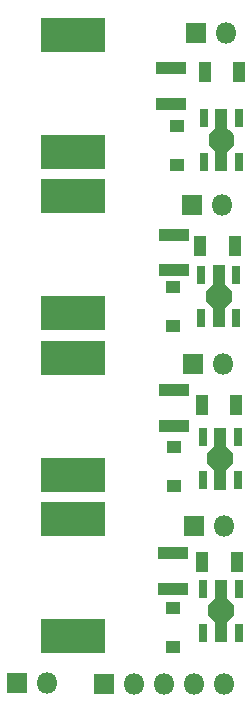
<source format=gbr>
%TF.GenerationSoftware,KiCad,Pcbnew,(5.1.6)-1*%
%TF.CreationDate,2020-08-18T19:37:20-07:00*%
%TF.ProjectId,RGBW Driver,52474257-2044-4726-9976-65722e6b6963,rev?*%
%TF.SameCoordinates,Original*%
%TF.FileFunction,Soldermask,Top*%
%TF.FilePolarity,Negative*%
%FSLAX46Y46*%
G04 Gerber Fmt 4.6, Leading zero omitted, Abs format (unit mm)*
G04 Created by KiCad (PCBNEW (5.1.6)-1) date 2020-08-18 19:37:20*
%MOMM*%
%LPD*%
G01*
G04 APERTURE LIST*
%ADD10C,0.127000*%
%ADD11R,2.600000X1.100000*%
%ADD12R,1.300000X1.000000*%
%ADD13O,1.800000X1.800000*%
%ADD14R,1.800000X1.800000*%
%ADD15R,5.500000X3.000000*%
%ADD16R,1.000000X1.800000*%
%ADD17R,0.800000X1.600000*%
%ADD18R,1.100000X5.300000*%
G04 APERTURE END LIST*
D10*
%TO.C,U1*%
G36*
X89710000Y-31580000D02*
G01*
X89710000Y-32380000D01*
X90710000Y-33380000D01*
X91710000Y-32380000D01*
X91710000Y-31580000D01*
X90710000Y-30580000D01*
X89710000Y-31580000D01*
G37*
X89710000Y-31580000D02*
X89710000Y-32380000D01*
X90710000Y-33380000D01*
X91710000Y-32380000D01*
X91710000Y-31580000D01*
X90710000Y-30580000D01*
X89710000Y-31580000D01*
%TO.C,U2*%
G36*
X89480000Y-44820000D02*
G01*
X89480000Y-45620000D01*
X90480000Y-46620000D01*
X91480000Y-45620000D01*
X91480000Y-44820000D01*
X90480000Y-43820000D01*
X89480000Y-44820000D01*
G37*
X89480000Y-44820000D02*
X89480000Y-45620000D01*
X90480000Y-46620000D01*
X91480000Y-45620000D01*
X91480000Y-44820000D01*
X90480000Y-43820000D01*
X89480000Y-44820000D01*
%TO.C,U3*%
G36*
X89610000Y-58550000D02*
G01*
X89610000Y-59350000D01*
X90610000Y-60350000D01*
X91610000Y-59350000D01*
X91610000Y-58550000D01*
X90610000Y-57550000D01*
X89610000Y-58550000D01*
G37*
X89610000Y-58550000D02*
X89610000Y-59350000D01*
X90610000Y-60350000D01*
X91610000Y-59350000D01*
X91610000Y-58550000D01*
X90610000Y-57550000D01*
X89610000Y-58550000D01*
%TO.C,U4*%
G36*
X89660000Y-71430000D02*
G01*
X89660000Y-72230000D01*
X90660000Y-73230000D01*
X91660000Y-72230000D01*
X91660000Y-71430000D01*
X90660000Y-70430000D01*
X89660000Y-71430000D01*
G37*
X89660000Y-71430000D02*
X89660000Y-72230000D01*
X90660000Y-73230000D01*
X91660000Y-72230000D01*
X91660000Y-71430000D01*
X90660000Y-70430000D01*
X89660000Y-71430000D01*
%TD*%
D11*
%TO.C,C1*%
X86460000Y-25890000D03*
X86460000Y-28890000D03*
%TD*%
D12*
%TO.C,D1*%
X86930000Y-34060000D03*
X86930000Y-30760000D03*
%TD*%
D13*
%TO.C,J5*%
X75910000Y-77920000D03*
D14*
X73370000Y-77920000D03*
%TD*%
D13*
%TO.C,J1*%
X91100000Y-22910000D03*
D14*
X88560000Y-22910000D03*
%TD*%
D15*
%TO.C,L1*%
X78160000Y-32960000D03*
X78160000Y-23060000D03*
%TD*%
D16*
%TO.C,R1*%
X92200000Y-26260000D03*
X89300000Y-26260000D03*
%TD*%
D17*
%TO.C,U1*%
X89210000Y-33830000D03*
X92210000Y-33830000D03*
X89210000Y-30130000D03*
X92210000Y-30130000D03*
D18*
X90710000Y-31980000D03*
%TD*%
D11*
%TO.C,C2*%
X86720000Y-40000000D03*
X86720000Y-43000000D03*
%TD*%
%TO.C,C3*%
X86720000Y-53160000D03*
X86720000Y-56160000D03*
%TD*%
%TO.C,C4*%
X86640000Y-69970000D03*
X86640000Y-66970000D03*
%TD*%
D12*
%TO.C,D2*%
X86640000Y-47740000D03*
X86640000Y-44440000D03*
%TD*%
%TO.C,D3*%
X86720000Y-57950000D03*
X86720000Y-61250000D03*
%TD*%
%TO.C,D4*%
X86570000Y-74930000D03*
X86570000Y-71630000D03*
%TD*%
D13*
%TO.C,J2*%
X90750000Y-37520000D03*
D14*
X88210000Y-37520000D03*
%TD*%
D13*
%TO.C,J3*%
X90820000Y-50960000D03*
D14*
X88280000Y-50960000D03*
%TD*%
%TO.C,J4*%
X88360000Y-64700000D03*
D13*
X90900000Y-64700000D03*
%TD*%
%TO.C,J6*%
X90950000Y-78070000D03*
X88410000Y-78070000D03*
X85870000Y-78070000D03*
X83330000Y-78070000D03*
D14*
X80790000Y-78070000D03*
%TD*%
D15*
%TO.C,L2*%
X78170000Y-36740000D03*
X78170000Y-46640000D03*
%TD*%
%TO.C,L3*%
X78170000Y-60310000D03*
X78170000Y-50410000D03*
%TD*%
%TO.C,L4*%
X78170000Y-73990000D03*
X78170000Y-64090000D03*
%TD*%
D16*
%TO.C,R2*%
X91820000Y-40980000D03*
X88920000Y-40980000D03*
%TD*%
%TO.C,R3*%
X89070000Y-54410000D03*
X91970000Y-54410000D03*
%TD*%
%TO.C,R4*%
X91990000Y-67690000D03*
X89090000Y-67690000D03*
%TD*%
D17*
%TO.C,U2*%
X88980000Y-47070000D03*
X91980000Y-47070000D03*
X88980000Y-43370000D03*
X91980000Y-43370000D03*
D18*
X90480000Y-45220000D03*
%TD*%
D17*
%TO.C,U3*%
X89110000Y-60800000D03*
X92110000Y-60800000D03*
X89110000Y-57100000D03*
X92110000Y-57100000D03*
D18*
X90610000Y-58950000D03*
%TD*%
%TO.C,U4*%
X90660000Y-71830000D03*
D17*
X92160000Y-69980000D03*
X89160000Y-69980000D03*
X92160000Y-73680000D03*
X89160000Y-73680000D03*
%TD*%
M02*

</source>
